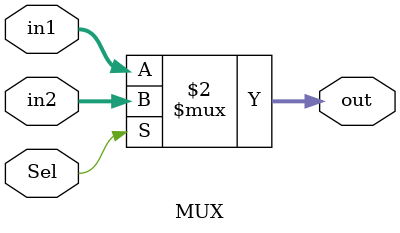
<source format=v>
module MUX
    #(parameter WIDTH = 5)
    (input wire Sel,
    input wire [WIDTH-1:0] in1, in2,
    output wire [WIDTH-1:0] out);

    assign out = (Sel == 0)? in1: in2;

endmodule

</source>
